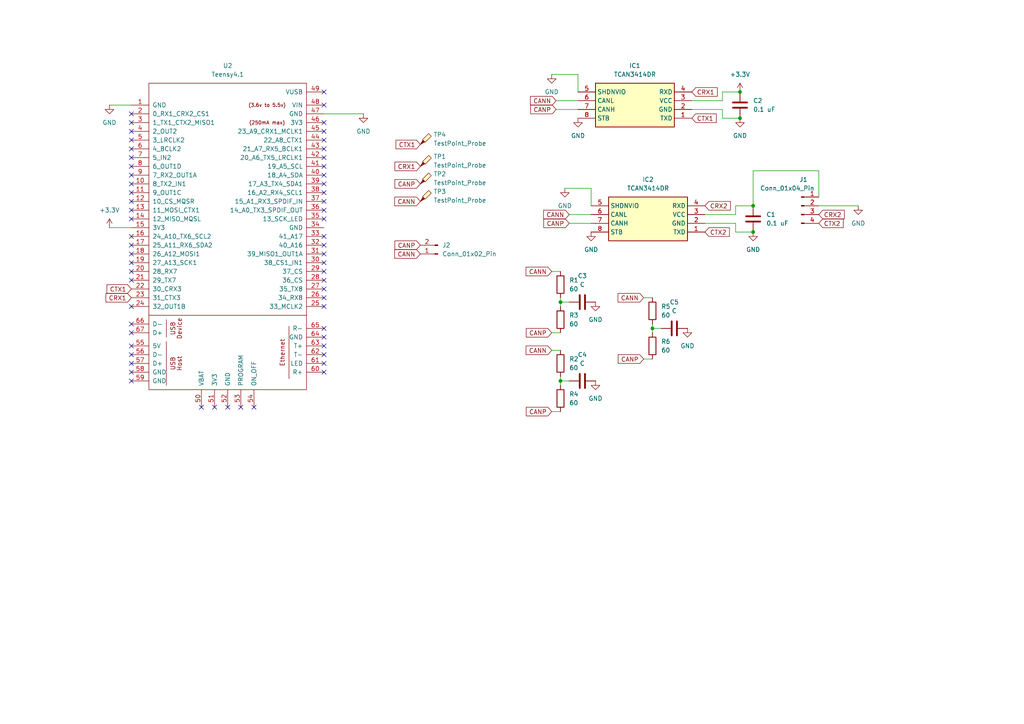
<source format=kicad_sch>
(kicad_sch (version 20231120) (generator "eeschema") (generator_version "8.0")
  (paper "A4")
  (lib_symbols
    (symbol "Connector:Conn_01x02_Pin" (pin_names (offset 1.016) hide)
      (property "Reference" "J" (at 0 2.54 0))
      (property "Value" "Conn_01x02_Pin" (at 0 -5.08 0))
      (symbol "Conn_01x02_Pin_1_1"
        (polyline (pts (xy 1.27 -2.54) (xy 0.8636 -2.54)) (stroke (width 0.1524)))
        (polyline (pts (xy 1.27 0) (xy 0.8636 0)) (stroke (width 0.1524)))
        (rectangle (start 0.8636 -2.413) (end 0 -2.667) (stroke (width 0.1524)) (fill (type outline)))
        (rectangle (start 0.8636 0.127) (end 0 -0.127) (stroke (width 0.1524)) (fill (type outline)))
        (pin passive line (at 5.08 0 180) (length 3.81) (name "Pin_1") (number "1"))
        (pin passive line (at 5.08 -2.54 180) (length 3.81) (name "Pin_2") (number "2"))
      )
    )
    (symbol "Connector:Conn_01x04_Pin" (pin_names (offset 1.016) hide)
      (property "Reference" "J" (at 0 5.08 0))
      (property "Value" "Conn_01x04_Pin" (at 0 -7.62 0))
      (symbol "Conn_01x04_Pin_1_1"
        (polyline (pts (xy 1.27 -5.08) (xy 0.8636 -5.08)) (stroke (width 0.1524)))
        (polyline (pts (xy 1.27 -2.54) (xy 0.8636 -2.54)) (stroke (width 0.1524)))
        (polyline (pts (xy 1.27 0) (xy 0.8636 0)) (stroke (width 0.1524)))
        (polyline (pts (xy 1.27 2.54) (xy 0.8636 2.54)) (stroke (width 0.1524)))
        (rectangle (start 0.8636 -4.953) (end 0 -5.207) (stroke (width 0.1524)) (fill (type outline)))
        (rectangle (start 0.8636 -2.413) (end 0 -2.667) (stroke (width 0.1524)) (fill (type outline)))
        (rectangle (start 0.8636 0.127) (end 0 -0.127) (stroke (width 0.1524)) (fill (type outline)))
        (rectangle (start 0.8636 2.667) (end 0 2.413) (stroke (width 0.1524)) (fill (type outline)))
        (pin passive line (at 5.08 2.54 180) (length 3.81) (name "Pin_1") (number "1"))
        (pin passive line (at 5.08 0 180) (length 3.81) (name "Pin_2") (number "2"))
        (pin passive line (at 5.08 -2.54 180) (length 3.81) (name "Pin_3") (number "3"))
        (pin passive line (at 5.08 -5.08 180) (length 3.81) (name "Pin_4") (number "4"))
      )
    )
    (symbol "Connector:TestPoint_Probe" (pin_numbers hide) (pin_names (offset 0.762) hide)
      (property "Reference" "TP" (at 1.651 5.842 0))
      (property "Value" "TestPoint_Probe" (at 1.651 4.064 0))
      (symbol "TestPoint_Probe_0_1"
        (polyline (pts (xy 1.27 0.762) (xy 0 0) (xy 0.762 1.27) (xy 1.27 0.762)) (fill (type outline)))
        (polyline (pts (xy 1.397 0.635) (xy 0.635 1.397) (xy 2.413 3.175) (xy 3.175 2.413) (xy 1.397 0.635)) (fill (type background)))
      )
      (symbol "TestPoint_Probe_1_1"
        (pin passive line (at 0 0 90) (length 0) (name "1") (number "1"))
      )
    )
    (symbol "Device:C" (pin_numbers hide) (pin_names (offset 0.254))
      (property "Reference" "C" (at 0.635 2.54 0))
      (property "Value" "C" (at 0.635 -2.54 0))
      (symbol "C_0_1"
        (polyline (pts (xy -2.032 -0.762) (xy 2.032 -0.762)) (stroke (width 0.508)))
        (polyline (pts (xy -2.032 0.762) (xy 2.032 0.762)) (stroke (width 0.508)))
      )
      (symbol "C_1_1"
        (pin passive line (at 0 3.81 270) (length 2.794) (name "~") (number "1"))
        (pin passive line (at 0 -3.81 90) (length 2.794) (name "~") (number "2"))
      )
    )
    (symbol "Device:R" (pin_numbers hide) (pin_names (offset 0))
      (property "Reference" "R" (at 2.032 0 90))
      (property "Value" "R" (at 0 0 90))
      (symbol "R_0_1"
        (rectangle (start -1.016 -2.54) (end 1.016 2.54) (stroke (width 0.254)))
      )
      (symbol "R_1_1"
        (pin passive line (at 0 3.81 270) (length 1.27) (name "~") (number "1"))
        (pin passive line (at 0 -3.81 90) (length 1.27) (name "~") (number "2"))
      )
    )
    (symbol "TCAN3414DR:TCAN3414DR"
      (property "Reference" "IC" (at 29.21 7.62 0))
      (property "Value" "TCAN3414DR" (at 29.21 5.08 0))
      (symbol "TCAN3414DR_1_1"
        (rectangle (start 5.08 2.54) (end 27.94 -10.16) (stroke (width 0.254)) (fill (type background)))
        (pin passive line (at 0 0 0) (length 5.08) (name "TXD") (number "1"))
        (pin passive line (at 0 -2.54 0) (length 5.08) (name "GND") (number "2"))
        (pin passive line (at 0 -5.08 0) (length 5.08) (name "VCC") (number "3"))
        (pin passive line (at 0 -7.62 0) (length 5.08) (name "RXD") (number "4"))
        (pin passive line (at 33.02 -7.62 180) (length 5.08) (name "SHDNVIO") (number "5"))
        (pin passive line (at 33.02 -5.08 180) (length 5.08) (name "CANL") (number "6"))
        (pin passive line (at 33.02 -2.54 180) (length 5.08) (name "CANH") (number "7"))
        (pin passive line (at 33.02 0 180) (length 5.08) (name "STB") (number "8"))
      )
    )
    (symbol "power:+3.3V" (power) (pin_numbers hide) (pin_names (offset 0) hide)
      (property "Value" "+3.3V" (at 0 3.556 0))
      (symbol "+3.3V_0_1"
        (polyline (pts (xy -0.762 1.27) (xy 0 2.54)))
        (polyline (pts (xy 0 0) (xy 0 2.54)))
        (polyline (pts (xy 0 2.54) (xy 0.762 1.27)))
      )
      (symbol "+3.3V_1_1"
        (pin power_in line (at 0 0 90) (length 0) (name "~") (number "1"))
      )
    )
    (symbol "power:GND" (power) (pin_numbers hide) (pin_names (offset 0) hide)
      (property "Value" "GND" (at 0 -3.81 0))
      (symbol "GND_0_1"
        (polyline (pts (xy 0 0) (xy 0 -1.27) (xy 1.27 -1.27) (xy 0 -2.54) (xy -1.27 -1.27) (xy 0 -1.27)))
      )
      (symbol "GND_1_1"
        (pin power_in line (at 0 0 270) (length 0) (name "~") (number "1"))
      )
    )
    (symbol "teensy:Teensy4.1" (pin_names (offset 1.016))
      (property "Reference" "U" (at 0 64.77 0))
      (property "Value" "Teensy4.1" (at 0 62.23 0))
      (symbol "Teensy4.1_0_0"
        (polyline (pts (xy -22.86 -6.35) (xy 22.86 -6.35)))
        (polyline (pts (xy -17.78 -26.67) (xy -17.78 -13.97)))
        (polyline (pts (xy -17.78 -7.62) (xy -17.78 -12.7)))
        (polyline (pts (xy 17.78 -9.525) (xy 17.78 -24.765)))
        (text "(250mA max)" (at 11.43 49.53 0) (effects (font (size 1.016 1.016))))
        (text "(3.6v to 5.5v)" (at 11.43 54.61 0) (effects (font (size 1.016 1.016))))
        (text "Device" (at -13.97 -10.16 900) (effects (font (size 1.27 1.27))))
        (text "Ethernet" (at 15.875 -17.145 900) (effects (font (size 1.27 1.27))))
        (text "Host" (at -13.97 -20.32 900) (effects (font (size 1.27 1.27))))
        (text "USB" (at -15.875 -20.32 900) (effects (font (size 1.27 1.27))))
        (text "USB" (at -15.875 -10.16 900) (effects (font (size 1.27 1.27))))
        (pin bidirectional line (at -27.94 31.75 0) (length 5.08) (name "8_TX2_IN1") (number "10"))
        (pin bidirectional line (at -27.94 29.21 0) (length 5.08) (name "9_OUT1C") (number "11"))
        (pin bidirectional line (at -27.94 26.67 0) (length 5.08) (name "10_CS_MQSR") (number "12"))
        (pin bidirectional line (at -27.94 24.13 0) (length 5.08) (name "11_MOSI_CTX1") (number "13"))
        (pin bidirectional line (at -27.94 21.59 0) (length 5.08) (name "12_MISO_MQSL") (number "14"))
        (pin power_in line (at -27.94 19.05 0) (length 5.08) (name "3V3") (number "15"))
        (pin bidirectional line (at -27.94 16.51 0) (length 5.08) (name "24_A10_TX6_SCL2") (number "16"))
        (pin bidirectional line (at -27.94 13.97 0) (length 5.08) (name "25_A11_RX6_SDA2") (number "17"))
        (pin bidirectional line (at -27.94 11.43 0) (length 5.08) (name "26_A12_MOSI1") (number "18"))
        (pin bidirectional line (at -27.94 8.89 0) (length 5.08) (name "27_A13_SCK1") (number "19"))
        (pin bidirectional line (at -27.94 6.35 0) (length 5.08) (name "28_RX7") (number "20"))
        (pin bidirectional line (at -27.94 3.81 0) (length 5.08) (name "29_TX7") (number "21"))
        (pin bidirectional line (at -27.94 1.27 0) (length 5.08) (name "30_CRX3") (number "22"))
        (pin bidirectional line (at -27.94 -1.27 0) (length 5.08) (name "31_CTX3") (number "23"))
        (pin bidirectional line (at -27.94 -3.81 0) (length 5.08) (name "32_OUT1B") (number "24"))
        (pin bidirectional line (at 27.94 -3.81 180) (length 5.08) (name "33_MCLK2") (number "25"))
        (pin bidirectional line (at 27.94 -1.27 180) (length 5.08) (name "34_RX8") (number "26"))
        (pin bidirectional line (at 27.94 1.27 180) (length 5.08) (name "35_TX8") (number "27"))
        (pin bidirectional line (at 27.94 3.81 180) (length 5.08) (name "36_CS") (number "28"))
        (pin bidirectional line (at 27.94 6.35 180) (length 5.08) (name "37_CS") (number "29"))
        (pin bidirectional line (at 27.94 8.89 180) (length 5.08) (name "38_CS1_IN1") (number "30"))
        (pin bidirectional line (at 27.94 11.43 180) (length 5.08) (name "39_MISO1_OUT1A") (number "31"))
        (pin bidirectional line (at 27.94 13.97 180) (length 5.08) (name "40_A16") (number "32"))
        (pin bidirectional line (at 27.94 16.51 180) (length 5.08) (name "41_A17") (number "33"))
        (pin bidirectional line (at 27.94 21.59 180) (length 5.08) (name "13_SCK_LED") (number "35"))
        (pin bidirectional line (at 27.94 24.13 180) (length 5.08) (name "14_A0_TX3_SPDIF_OUT") (number "36"))
        (pin bidirectional line (at 27.94 26.67 180) (length 5.08) (name "15_A1_RX3_SPDIF_IN") (number "37"))
        (pin bidirectional line (at 27.94 29.21 180) (length 5.08) (name "16_A2_RX4_SCL1") (number "38"))
        (pin bidirectional line (at 27.94 31.75 180) (length 5.08) (name "17_A3_TX4_SDA1") (number "39"))
        (pin bidirectional line (at 27.94 34.29 180) (length 5.08) (name "18_A4_SDA") (number "40"))
        (pin bidirectional line (at 27.94 36.83 180) (length 5.08) (name "19_A5_SCL") (number "41"))
        (pin bidirectional line (at 27.94 39.37 180) (length 5.08) (name "20_A6_TX5_LRCLK1") (number "42"))
        (pin bidirectional line (at 27.94 41.91 180) (length 5.08) (name "21_A7_RX5_BCLK1") (number "43"))
        (pin bidirectional line (at 27.94 44.45 180) (length 5.08) (name "22_A8_CTX1") (number "44"))
        (pin bidirectional line (at 27.94 46.99 180) (length 5.08) (name "23_A9_CRX1_MCLK1") (number "45"))
        (pin output line (at 27.94 49.53 180) (length 5.08) (name "3V3") (number "46"))
        (pin output line (at 27.94 52.07 180) (length 5.08) (name "GND") (number "47"))
        (pin power_in line (at 27.94 54.61 180) (length 5.08) (name "VIN") (number "48"))
        (pin power_out line (at 27.94 58.42 180) (length 5.08) (name "VUSB") (number "49"))
        (pin bidirectional line (at -27.94 44.45 0) (length 5.08) (name "3_LRCLK2") (number "5"))
        (pin power_in line (at -7.62 -33.02 90) (length 5.08) (name "VBAT") (number "50"))
        (pin power_in line (at -3.81 -33.02 90) (length 5.08) (name "3V3") (number "51"))
        (pin input line (at 0 -33.02 90) (length 5.08) (name "GND") (number "52"))
        (pin input line (at 3.81 -33.02 90) (length 5.08) (name "PROGRAM") (number "53"))
        (pin input line (at 7.62 -33.02 90) (length 5.08) (name "ON_OFF") (number "54"))
        (pin power_out line (at -27.94 -15.24 0) (length 5.08) (name "5V") (number "55"))
        (pin bidirectional line (at -27.94 -17.78 0) (length 5.08) (name "D-") (number "56"))
        (pin bidirectional line (at -27.94 -20.32 0) (length 5.08) (name "D+") (number "57"))
        (pin power_in line (at -27.94 -22.86 0) (length 5.08) (name "GND") (number "58"))
        (pin power_in line (at -27.94 -25.4 0) (length 5.08) (name "GND") (number "59"))
        (pin bidirectional line (at -27.94 41.91 0) (length 5.08) (name "4_BCLK2") (number "6"))
        (pin bidirectional line (at 27.94 -22.86 180) (length 5.08) (name "R+") (number "60"))
        (pin bidirectional line (at 27.94 -20.32 180) (length 5.08) (name "LED") (number "61"))
        (pin bidirectional line (at 27.94 -17.78 180) (length 5.08) (name "T-") (number "62"))
        (pin bidirectional line (at 27.94 -15.24 180) (length 5.08) (name "T+") (number "63"))
        (pin power_in line (at 27.94 -12.7 180) (length 5.08) (name "GND") (number "64"))
        (pin bidirectional line (at 27.94 -10.16 180) (length 5.08) (name "R-") (number "65"))
        (pin bidirectional line (at -27.94 -8.89 0) (length 5.08) (name "D-") (number "66"))
        (pin bidirectional line (at -27.94 -11.43 0) (length 5.08) (name "D+") (number "67"))
        (pin bidirectional line (at -27.94 39.37 0) (length 5.08) (name "5_IN2") (number "7"))
        (pin bidirectional line (at -27.94 36.83 0) (length 5.08) (name "6_OUT1D") (number "8"))
        (pin bidirectional line (at -27.94 34.29 0) (length 5.08) (name "7_RX2_OUT1A") (number "9"))
      )
      (symbol "Teensy4.1_0_1"
        (rectangle (start -22.86 60.96) (end 22.86 -27.94))
        (rectangle (start -20.32 -1.27) (end -20.32 -1.27))
      )
      (symbol "Teensy4.1_1_1"
        (pin power_in line (at -27.94 54.61 0) (length 5.08) (name "GND") (number "1"))
        (pin bidirectional line (at -27.94 52.07 0) (length 5.08) (name "0_RX1_CRX2_CS1") (number "2"))
        (pin bidirectional line (at -27.94 49.53 0) (length 5.08) (name "1_TX1_CTX2_MISO1") (number "3"))
        (pin power_in line (at 27.94 19.05 180) (length 5.08) (name "GND") (number "34"))
        (pin bidirectional line (at -27.94 46.99 0) (length 5.08) (name "2_OUT2") (number "4"))
      )
    )
  )
  (junction (at 214.63 34.29))
  (junction (at 162.56 87.63))
  (junction (at 189.23 95.25))
  (junction (at 162.56 110.49))
  (junction (at 218.44 67.31))
  (junction (at 214.63 26.67))
  (junction (at 218.44 59.69))
  (no_connect (at 38.1 93.98))
  (no_connect (at 93.98 73.66))
  (no_connect (at 38.1 88.9))
  (no_connect (at 38.1 102.87))
  (no_connect (at 38.1 110.49))
  (no_connect (at 93.98 50.8))
  (no_connect (at 93.98 76.2))
  (no_connect (at 38.1 76.2))
  (no_connect (at 93.98 48.26))
  (no_connect (at 93.98 45.72))
  (no_connect (at 38.1 40.64))
  (no_connect (at 38.1 100.33))
  (no_connect (at 93.98 26.67))
  (no_connect (at 93.98 43.18))
  (no_connect (at 38.1 63.5))
  (no_connect (at 38.1 78.74))
  (no_connect (at 93.98 78.74))
  (no_connect (at 38.1 71.12))
  (no_connect (at 38.1 55.88))
  (no_connect (at 38.1 105.41))
  (no_connect (at 38.1 50.8))
  (no_connect (at 93.98 100.33))
  (no_connect (at 93.98 63.5))
  (no_connect (at 93.98 86.36))
  (no_connect (at 93.98 88.9))
  (no_connect (at 38.1 45.72))
  (no_connect (at 93.98 107.95))
  (no_connect (at 66.04 118.11))
  (no_connect (at 93.98 102.87))
  (no_connect (at 62.23 118.11))
  (no_connect (at 38.1 68.58))
  (no_connect (at 38.1 107.95))
  (no_connect (at 93.98 97.79))
  (no_connect (at 73.66 118.11))
  (no_connect (at 38.1 96.52))
  (no_connect (at 38.1 60.96))
  (no_connect (at 38.1 43.18))
  (no_connect (at 38.1 81.28))
  (no_connect (at 93.98 35.56))
  (no_connect (at 93.98 53.34))
  (no_connect (at 93.98 40.64))
  (no_connect (at 93.98 58.42))
  (no_connect (at 69.85 118.11))
  (no_connect (at 93.98 95.25))
  (no_connect (at 93.98 71.12))
  (no_connect (at 93.98 83.82))
  (no_connect (at 38.1 73.66))
  (no_connect (at 38.1 53.34))
  (no_connect (at 93.98 60.96))
  (no_connect (at 93.98 55.88))
  (no_connect (at 38.1 35.56))
  (no_connect (at 58.42 118.11))
  (no_connect (at 38.1 58.42))
  (no_connect (at 38.1 38.1))
  (no_connect (at 38.1 48.26))
  (no_connect (at 93.98 38.1))
  (no_connect (at 93.98 30.48))
  (no_connect (at 93.98 68.58))
  (no_connect (at 93.98 81.28))
  (no_connect (at 38.1 33.02))
  (no_connect (at 93.98 105.41))
  (wire (pts (xy 31.75 30.48) (xy 38.1 30.48)))
  (wire (pts (xy 162.56 110.49) (xy 162.56 111.76)))
  (wire (pts (xy 161.29 29.21) (xy 167.64 29.21)))
  (wire (pts (xy 213.36 64.77) (xy 213.36 67.31)))
  (wire (pts (xy 189.23 95.25) (xy 191.77 95.25)))
  (wire (pts (xy 160.02 101.6) (xy 162.56 101.6)))
  (wire (pts (xy 162.56 87.63) (xy 162.56 86.36)))
  (wire (pts (xy 209.55 31.75) (xy 209.55 34.29)))
  (wire (pts (xy 209.55 29.21) (xy 209.55 26.67)))
  (wire (pts (xy 165.1 64.77) (xy 171.45 64.77)))
  (wire (pts (xy 162.56 110.49) (xy 165.1 110.49)))
  (wire (pts (xy 160.02 119.38) (xy 162.56 119.38)))
  (wire (pts (xy 204.47 64.77) (xy 213.36 64.77)))
  (wire (pts (xy 237.49 59.69) (xy 248.92 59.69)))
  (wire (pts (xy 218.44 49.53) (xy 218.44 59.69)))
  (wire (pts (xy 237.49 49.53) (xy 218.44 49.53)))
  (wire (pts (xy 186.69 104.14) (xy 189.23 104.14)))
  (wire (pts (xy 209.55 26.67) (xy 214.63 26.67)))
  (wire (pts (xy 161.29 31.75) (xy 167.64 31.75)))
  (wire (pts (xy 200.66 29.21) (xy 209.55 29.21)))
  (wire (pts (xy 204.47 62.23) (xy 213.36 62.23)))
  (wire (pts (xy 165.1 62.23) (xy 171.45 62.23)))
  (wire (pts (xy 31.75 66.04) (xy 38.1 66.04)))
  (wire (pts (xy 189.23 95.25) (xy 189.23 96.52)))
  (wire (pts (xy 209.55 34.29) (xy 214.63 34.29)))
  (wire (pts (xy 189.23 95.25) (xy 189.23 93.98)))
  (wire (pts (xy 171.45 54.61) (xy 171.45 59.69)))
  (wire (pts (xy 167.64 21.59) (xy 167.64 26.67)))
  (wire (pts (xy 160.02 96.52) (xy 162.56 96.52)))
  (wire (pts (xy 162.56 110.49) (xy 162.56 109.22)))
  (wire (pts (xy 186.69 86.36) (xy 189.23 86.36)))
  (wire (pts (xy 213.36 59.69) (xy 218.44 59.69)))
  (wire (pts (xy 160.02 78.74) (xy 162.56 78.74)))
  (wire (pts (xy 163.83 54.61) (xy 171.45 54.61)))
  (wire (pts (xy 162.56 87.63) (xy 162.56 88.9)))
  (wire (pts (xy 160.02 21.59) (xy 167.64 21.59)))
  (wire (pts (xy 213.36 62.23) (xy 213.36 59.69)))
  (wire (pts (xy 93.98 33.02) (xy 105.41 33.02)))
  (wire (pts (xy 237.49 49.53) (xy 237.49 57.15)))
  (wire (pts (xy 162.56 87.63) (xy 165.1 87.63)))
  (wire (pts (xy 200.66 31.75) (xy 209.55 31.75)))
  (wire (pts (xy 213.36 67.31) (xy 218.44 67.31)))
  (global_label "CANP" (shape input) (at 160.02 119.38 180) (property "Intersheetrefs" "${INTERSHEET_REFS}" (effects (hide yes))))
  (global_label "CANN" (shape input) (at 161.29 29.21 180) (property "Intersheetrefs" "${INTERSHEET_REFS}" (effects (hide yes))))
  (global_label "CRX1" (shape input) (at 200.66 26.67 0) (property "Intersheetrefs" "${INTERSHEET_REFS}" (effects (hide yes))))
  (global_label "CRX1" (shape input) (at 121.92 48.26 180) (property "Intersheetrefs" "${INTERSHEET_REFS}" (effects (hide yes))))
  (global_label "CTX1" (shape input) (at 38.1 83.82 180) (property "Intersheetrefs" "${INTERSHEET_REFS}" (effects (hide yes))))
  (global_label "CRX1" (shape input) (at 38.1 86.36 180) (property "Intersheetrefs" "${INTERSHEET_REFS}" (effects (hide yes))))
  (global_label "CRX2" (shape input) (at 204.47 59.69 0) (property "Intersheetrefs" "${INTERSHEET_REFS}" (effects (hide yes))))
  (global_label "CANP" (shape input) (at 186.69 104.14 180) (property "Intersheetrefs" "${INTERSHEET_REFS}" (effects (hide yes))))
  (global_label "CTX1" (shape input) (at 121.92 41.91 180) (property "Intersheetrefs" "${INTERSHEET_REFS}" (effects (hide yes))))
  (global_label "CTX2" (shape input) (at 237.49 64.77 0) (property "Intersheetrefs" "${INTERSHEET_REFS}" (effects (hide yes))))
  (global_label "CANP" (shape input) (at 121.92 71.12 180) (property "Intersheetrefs" "${INTERSHEET_REFS}" (effects (hide yes))))
  (global_label "CANP" (shape input) (at 165.1 64.77 180) (property "Intersheetrefs" "${INTERSHEET_REFS}" (effects (hide yes))))
  (global_label "CANN" (shape input) (at 160.02 101.6 180) (property "Intersheetrefs" "${INTERSHEET_REFS}" (effects (hide yes))))
  (global_label "CANN" (shape input) (at 165.1 62.23 180) (property "Intersheetrefs" "${INTERSHEET_REFS}" (effects (hide yes))))
  (global_label "CANP" (shape input) (at 161.29 31.75 180) (property "Intersheetrefs" "${INTERSHEET_REFS}" (effects (hide yes))))
  (global_label "CANN" (shape input) (at 160.02 78.74 180) (property "Intersheetrefs" "${INTERSHEET_REFS}" (effects (hide yes))))
  (global_label "CTX2" (shape input) (at 204.47 67.31 0) (property "Intersheetrefs" "${INTERSHEET_REFS}" (effects (hide yes))))
  (global_label "CANP" (shape input) (at 160.02 96.52 180) (property "Intersheetrefs" "${INTERSHEET_REFS}" (effects (hide yes))))
  (global_label "CANN" (shape input) (at 121.92 73.66 180) (property "Intersheetrefs" "${INTERSHEET_REFS}" (effects (hide yes))))
  (global_label "CANP" (shape input) (at 121.92 53.34 180) (property "Intersheetrefs" "${INTERSHEET_REFS}" (effects (hide yes))))
  (global_label "CANN" (shape input) (at 121.92 58.42 180) (property "Intersheetrefs" "${INTERSHEET_REFS}" (effects (hide yes))))
  (global_label "CANN" (shape input) (at 186.69 86.36 180) (property "Intersheetrefs" "${INTERSHEET_REFS}" (effects (hide yes))))
  (global_label "CTX1" (shape input) (at 200.66 34.29 0) (property "Intersheetrefs" "${INTERSHEET_REFS}" (effects (hide yes))))
  (global_label "CRX2" (shape input) (at 237.49 62.23 0) (property "Intersheetrefs" "${INTERSHEET_REFS}" (effects (hide yes))))
  (symbol (lib_id "TCAN3414DR:TCAN3414DR") (at 200.66 34.29 180) (unit 1)
    (property "Reference" "IC1" (at 184.15 19.05 0))
    (property "Value" "TCAN3414DR" (at 184.15 21.59 0))
    (property "Footprint" "Package_SO:SOIC-8_3.9x4.9mm_P1.27mm" (effects (hide yes)))
    (property "Datasheet" "https://www.ti.com/lit/ds/symlink/tcan3414.pdf?ts=1713723144569&ref_url=https%253A%252F%252Fwww.mouser.ch%252F" (effects (hide yes)))
    (property "Description" "3.3-V CAN FD transceiver with shut-down and standby mode" (effects (hide yes)))
    (property "Height" "1.75" (effects (hide yes)))
    (property "Mouser Part Number" "595-TCAN3414DR" (effects (hide yes)))
    (property "Mouser Price/Stock" "https://www.mouser.co.uk/ProductDetail/Texas-Instruments/TCAN3414DR?qs=mELouGlnn3egF2AojRJddw%3D%3D" (effects (hide yes)))
    (property "Manufacturer_Name" "Texas Instruments" (effects (hide yes)))
    (property "Manufacturer_Part_Number" "TCAN3414DR" (effects (hide yes)))
  )
  (symbol (lib_id "power:GND") (at 171.45 67.31 0) (unit 1)
    (property "Reference" "#PWR07" (effects (hide yes)))
    (property "Value" "GND" (at 171.45 72.39 0))
    (property "Description" "Power symbol creates a global label with name \"GND\" , ground" (effects (hide yes)))
  )
  (symbol (lib_id "power:+3.3V") (at 31.75 66.04 0) (unit 1)
    (property "Reference" "#PWR06" (effects (hide yes)))
    (property "Value" "+3.3V" (at 31.75 60.96 0))
    (property "Description" "Power symbol creates a global label with name \"+3.3V\"" (effects (hide yes)))
  )
  (symbol (lib_id "Device:C") (at 214.63 30.48 0) (unit 1)
    (property "Reference" "C2" (at 218.44 29.2099 0) (effects (justify left)))
    (property "Value" "0.1 uF" (at 218.44 31.7499 0) (effects (justify left)))
    (property "Footprint" "Capacitor_SMD:C_0805_2012Metric_Pad1.18x1.45mm_HandSolder" (effects (hide yes)))
    (property "Description" "Unpolarized capacitor" (effects (hide yes)))
  )
  (symbol (lib_id "Device:C") (at 218.44 63.5 0) (unit 1)
    (property "Reference" "C1" (at 222.25 62.2299 0) (effects (justify left)))
    (property "Value" "0.1 uF" (at 222.25 64.7699 0) (effects (justify left)))
    (property "Footprint" "Capacitor_SMD:C_0805_2012Metric_Pad1.18x1.45mm_HandSolder" (effects (hide yes)))
    (property "Description" "Unpolarized capacitor" (effects (hide yes)))
  )
  (symbol (lib_id "power:GND") (at 172.72 110.49 0) (unit 1)
    (property "Reference" "#PWR012" (effects (hide yes)))
    (property "Value" "GND" (at 172.72 115.57 0))
    (property "Description" "Power symbol creates a global label with name \"GND\" , ground" (effects (hide yes)))
  )
  (symbol (lib_id "power:GND") (at 199.39 95.25 0) (unit 1)
    (property "Reference" "#PWR014" (effects (hide yes)))
    (property "Value" "GND" (at 199.39 100.33 0))
    (property "Description" "Power symbol creates a global label with name \"GND\" , ground" (effects (hide yes)))
  )
  (symbol (lib_id "TCAN3414DR:TCAN3414DR") (at 204.47 67.31 180) (unit 1)
    (property "Reference" "IC2" (at 187.96 52.07 0))
    (property "Value" "TCAN3414DR" (at 187.96 54.61 0))
    (property "Footprint" "Package_SO:SOIC-8_3.9x4.9mm_P1.27mm" (effects (hide yes)))
    (property "Datasheet" "https://www.ti.com/lit/ds/symlink/tcan3414.pdf?ts=1713723144569&ref_url=https%253A%252F%252Fwww.mouser.ch%252F" (effects (hide yes)))
    (property "Description" "3.3-V CAN FD transceiver with shut-down and standby mode" (effects (hide yes)))
    (property "Height" "1.75" (effects (hide yes)))
    (property "Mouser Part Number" "595-TCAN3414DR" (effects (hide yes)))
    (property "Mouser Price/Stock" "https://www.mouser.co.uk/ProductDetail/Texas-Instruments/TCAN3414DR?qs=mELouGlnn3egF2AojRJddw%3D%3D" (effects (hide yes)))
    (property "Manufacturer_Name" "Texas Instruments" (effects (hide yes)))
    (property "Manufacturer_Part_Number" "TCAN3414DR" (effects (hide yes)))
  )
  (symbol (lib_id "Connector:Conn_01x02_Pin") (at 127 73.66 180) (unit 1)
    (property "Reference" "J2" (at 128.27 71.1199 0) (effects (justify right)))
    (property "Value" "Conn_01x02_Pin" (at 128.27 73.6599 0) (effects (justify right)))
    (property "Footprint" "Connector_PinHeader_2.54mm:PinHeader_1x02_P2.54mm_Vertical" (effects (hide yes)))
    (property "Description" "Generic connector, single row, 01x02, script generated" (effects (hide yes)))
  )
  (symbol (lib_id "Device:R") (at 189.23 100.33 0) (unit 1)
    (property "Reference" "R6" (at 191.77 99.0599 0) (effects (justify left)))
    (property "Value" "60" (at 191.77 101.5999 0) (effects (justify left)))
    (property "Footprint" "Resistor_SMD:R_0805_2012Metric_Pad1.20x1.40mm_HandSolder" (effects (hide yes)))
    (property "Description" "Resistor" (effects (hide yes)))
  )
  (symbol (lib_id "Device:C") (at 195.58 95.25 90) (unit 1)
    (property "Reference" "C5" (at 195.58 87.63 90))
    (property "Value" "C" (at 195.58 90.17 90))
    (property "Footprint" "Capacitor_SMD:C_0805_2012Metric_Pad1.18x1.45mm_HandSolder" (effects (hide yes)))
    (property "Description" "Unpolarized capacitor" (effects (hide yes)))
  )
  (symbol (lib_id "power:GND") (at 163.83 54.61 0) (unit 1)
    (property "Reference" "#PWR05" (effects (hide yes)))
    (property "Value" "GND" (at 163.83 59.69 0))
    (property "Description" "Power symbol creates a global label with name \"GND\" , ground" (effects (hide yes)))
  )
  (symbol (lib_id "power:GND") (at 214.63 34.29 0) (unit 1)
    (property "Reference" "#PWR01" (effects (hide yes)))
    (property "Value" "GND" (at 214.63 39.37 0))
    (property "Description" "Power symbol creates a global label with name \"GND\" , ground" (effects (hide yes)))
  )
  (symbol (lib_id "Device:R") (at 162.56 115.57 0) (unit 1)
    (property "Reference" "R4" (at 165.1 114.2999 0) (effects (justify left)))
    (property "Value" "60" (at 165.1 116.8399 0) (effects (justify left)))
    (property "Footprint" "Resistor_SMD:R_0805_2012Metric_Pad1.20x1.40mm_HandSolder" (effects (hide yes)))
    (property "Description" "Resistor" (effects (hide yes)))
  )
  (symbol (lib_id "Connector:TestPoint_Probe") (at 121.92 53.34 0) (unit 1)
    (property "Reference" "TP2" (at 125.73 50.4824 0) (effects (justify left)))
    (property "Value" "TestPoint_Probe" (at 125.73 53.0224 0) (effects (justify left)))
    (property "Footprint" "TestPoint:TestPoint_Plated_Hole_D3.0mm" (effects (hide yes)))
    (property "Description" "test point (alternative probe-style design)" (effects (hide yes)))
  )
  (symbol (lib_id "power:GND") (at 167.64 34.29 0) (unit 1)
    (property "Reference" "#PWR04" (effects (hide yes)))
    (property "Value" "GND" (at 167.64 39.37 0))
    (property "Description" "Power symbol creates a global label with name \"GND\" , ground" (effects (hide yes)))
  )
  (symbol (lib_id "power:GND") (at 172.72 87.63 0) (unit 1)
    (property "Reference" "#PWR011" (effects (hide yes)))
    (property "Value" "GND" (at 172.72 92.71 0))
    (property "Description" "Power symbol creates a global label with name \"GND\" , ground" (effects (hide yes)))
  )
  (symbol (lib_id "teensy:Teensy4.1") (at 66.04 85.09 0) (unit 1)
    (property "Reference" "U2" (at 66.04 19.05 0))
    (property "Value" "Teensy4.1" (at 66.04 21.59 0))
    (property "Footprint" "teensy:Teensy41" (effects (hide yes)))
  )
  (symbol (lib_id "Device:C") (at 168.91 110.49 90) (unit 1)
    (property "Reference" "C4" (at 168.91 102.87 90))
    (property "Value" "C" (at 168.91 105.41 90))
    (property "Footprint" "Capacitor_SMD:C_0805_2012Metric_Pad1.18x1.45mm_HandSolder" (effects (hide yes)))
    (property "Description" "Unpolarized capacitor" (effects (hide yes)))
  )
  (symbol (lib_id "Device:R") (at 162.56 92.71 0) (unit 1)
    (property "Reference" "R3" (at 165.1 91.4399 0) (effects (justify left)))
    (property "Value" "60" (at 165.1 93.9799 0) (effects (justify left)))
    (property "Footprint" "Resistor_SMD:R_0805_2012Metric_Pad1.20x1.40mm_HandSolder" (effects (hide yes)))
    (property "Description" "Resistor" (effects (hide yes)))
  )
  (symbol (lib_id "Device:R") (at 162.56 82.55 0) (unit 1)
    (property "Reference" "R1" (at 165.1 81.2799 0) (effects (justify left)))
    (property "Value" "60" (at 165.1 83.8199 0) (effects (justify left)))
    (property "Footprint" "Resistor_SMD:R_0805_2012Metric_Pad1.20x1.40mm_HandSolder" (effects (hide yes)))
    (property "Description" "Resistor" (effects (hide yes)))
  )
  (symbol (lib_id "Device:C") (at 168.91 87.63 90) (unit 1)
    (property "Reference" "C3" (at 168.91 80.01 90))
    (property "Value" "C" (at 168.91 82.55 90))
    (property "Footprint" "Capacitor_SMD:C_0805_2012Metric_Pad1.18x1.45mm_HandSolder" (effects (hide yes)))
    (property "Description" "Unpolarized capacitor" (effects (hide yes)))
  )
  (symbol (lib_id "Connector:TestPoint_Probe") (at 121.92 48.26 0) (unit 1)
    (property "Reference" "TP1" (at 125.73 45.4024 0) (effects (justify left)))
    (property "Value" "TestPoint_Probe" (at 125.73 47.9424 0) (effects (justify left)))
    (property "Footprint" "TestPoint:TestPoint_Plated_Hole_D3.0mm" (effects (hide yes)))
    (property "Description" "test point (alternative probe-style design)" (effects (hide yes)))
  )
  (symbol (lib_id "Connector:TestPoint_Probe") (at 121.92 58.42 0) (unit 1)
    (property "Reference" "TP3" (at 125.73 55.5624 0) (effects (justify left)))
    (property "Value" "TestPoint_Probe" (at 125.73 58.1024 0) (effects (justify left)))
    (property "Footprint" "TestPoint:TestPoint_Plated_Hole_D3.0mm" (effects (hide yes)))
    (property "Description" "test point (alternative probe-style design)" (effects (hide yes)))
  )
  (symbol (lib_id "power:GND") (at 218.44 67.31 0) (unit 1)
    (property "Reference" "#PWR08" (effects (hide yes)))
    (property "Value" "GND" (at 218.44 72.39 0))
    (property "Description" "Power symbol creates a global label with name \"GND\" , ground" (effects (hide yes)))
  )
  (symbol (lib_id "power:GND") (at 160.02 21.59 0) (unit 1)
    (property "Reference" "#PWR03" (effects (hide yes)))
    (property "Value" "GND" (at 160.02 26.67 0))
    (property "Description" "Power symbol creates a global label with name \"GND\" , ground" (effects (hide yes)))
  )
  (symbol (lib_id "power:GND") (at 31.75 30.48 0) (unit 1)
    (property "Reference" "#PWR010" (effects (hide yes)))
    (property "Value" "GND" (at 31.75 35.56 0))
    (property "Description" "Power symbol creates a global label with name \"GND\" , ground" (effects (hide yes)))
  )
  (symbol (lib_id "power:+3.3V") (at 214.63 26.67 0) (unit 1)
    (property "Reference" "#PWR02" (effects (hide yes)))
    (property "Value" "+3.3V" (at 214.63 21.59 0))
    (property "Description" "Power symbol creates a global label with name \"+3.3V\"" (effects (hide yes)))
  )
  (symbol (lib_id "Device:R") (at 162.56 105.41 0) (unit 1)
    (property "Reference" "R2" (at 165.1 104.1399 0) (effects (justify left)))
    (property "Value" "60" (at 165.1 106.6799 0) (effects (justify left)))
    (property "Footprint" "Resistor_SMD:R_0805_2012Metric_Pad1.20x1.40mm_HandSolder" (effects (hide yes)))
    (property "Description" "Resistor" (effects (hide yes)))
  )
  (symbol (lib_id "power:GND") (at 105.41 33.02 0) (unit 1)
    (property "Reference" "#PWR09" (effects (hide yes)))
    (property "Value" "GND" (at 105.41 38.1 0))
    (property "Description" "Power symbol creates a global label with name \"GND\" , ground" (effects (hide yes)))
  )
  (symbol (lib_id "Connector:TestPoint_Probe") (at 121.92 41.91 0) (unit 1)
    (property "Reference" "TP4" (at 125.73 39.0524 0) (effects (justify left)))
    (property "Value" "TestPoint_Probe" (at 125.73 41.5924 0) (effects (justify left)))
    (property "Footprint" "TestPoint:TestPoint_Plated_Hole_D3.0mm" (effects (hide yes)))
    (property "Description" "test point (alternative probe-style design)" (effects (hide yes)))
  )
  (symbol (lib_id "Device:R") (at 189.23 90.17 0) (unit 1)
    (property "Reference" "R5" (at 191.77 88.8999 0) (effects (justify left)))
    (property "Value" "60" (at 191.77 91.4399 0) (effects (justify left)))
    (property "Footprint" "Resistor_SMD:R_0805_2012Metric_Pad1.20x1.40mm_HandSolder" (effects (hide yes)))
    (property "Description" "Resistor" (effects (hide yes)))
  )
  (symbol (lib_id "power:GND") (at 248.92 59.69 0) (unit 1)
    (property "Reference" "#PWR013" (effects (hide yes)))
    (property "Value" "GND" (at 248.92 64.77 0))
    (property "Description" "Power symbol creates a global label with name \"GND\" , ground" (effects (hide yes)))
  )
  (symbol (lib_id "Connector:Conn_01x04_Pin") (at 232.41 59.69 0) (unit 1)
    (property "Reference" "J1" (at 233.045 52.07 0))
    (property "Value" "Conn_01x04_Pin" (at 228.346 54.61 0))
    (property "Footprint" "Connector_PinHeader_2.54mm:PinHeader_1x04_P2.54mm_Vertical" (effects (hide yes)))
    (property "Description" "Generic connector, single row, 01x04, script generated" (effects (hide yes)))
  )
)
</source>
